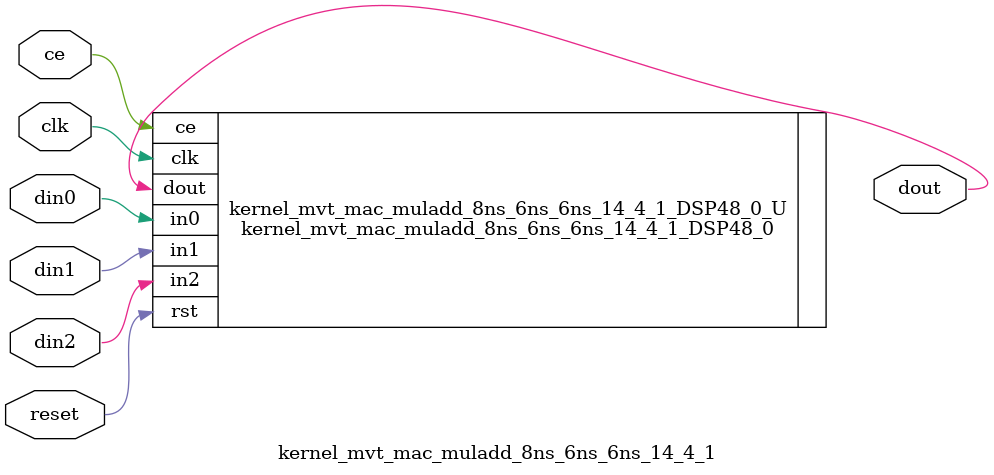
<source format=v>

module kernel_mvt_mac_muladd_8ns_6ns_6ns_14_4_1(clk,reset,ce,din0,din1,din2,dout);  
parameter ID = 32'd1;
parameter NUM_STAGE = 32'd1;
parameter din0_WIDTH = 32'd1;
parameter din1_WIDTH = 32'd1;
parameter din2_WIDTH = 32'd1;
parameter dout_WIDTH = 32'd1;
input clk;
input reset;
input ce;
input[din0_WIDTH - 1:0] din0;
input[din1_WIDTH - 1:0] din1;
input[din2_WIDTH - 1:0] din2;
output[dout_WIDTH - 1:0] dout;
kernel_mvt_mac_muladd_8ns_6ns_6ns_14_4_1_DSP48_0 kernel_mvt_mac_muladd_8ns_6ns_6ns_14_4_1_DSP48_0_U(.clk( clk ),.rst( reset ),.ce( ce ),.in0( din0 ),.in1( din1 ),.in2( din2 ),.dout( dout ));
endmodule

</source>
